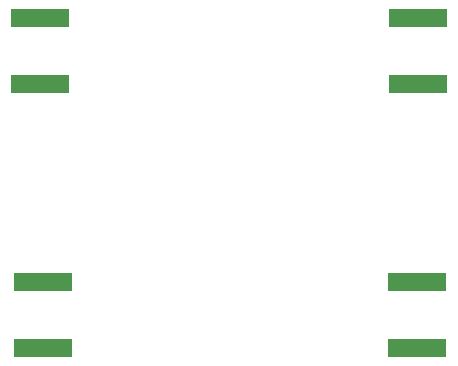
<source format=gbr>
%TF.GenerationSoftware,Altium Limited,Altium Designer,20.0.10 (225)*%
G04 Layer_Color=255*
%FSLAX26Y26*%
%MOIN*%
%TF.FileFunction,Pads,Bot*%
%TF.Part,CustomerPanel*%
G01*
G75*
%TA.AperFunction,SMDPad,CuDef*%
%ADD13R,0.196850X0.062992*%
D13*
X3021220Y3276626D02*
D03*
Y3058516D02*
D03*
X1774234D02*
D03*
Y3276626D02*
D03*
X3024764Y4157386D02*
D03*
Y3939276D02*
D03*
X1765709D02*
D03*
Y4157386D02*
D03*
%TF.MD5,2b50d8c332625c70bc49a69dde8222af*%
M02*

</source>
